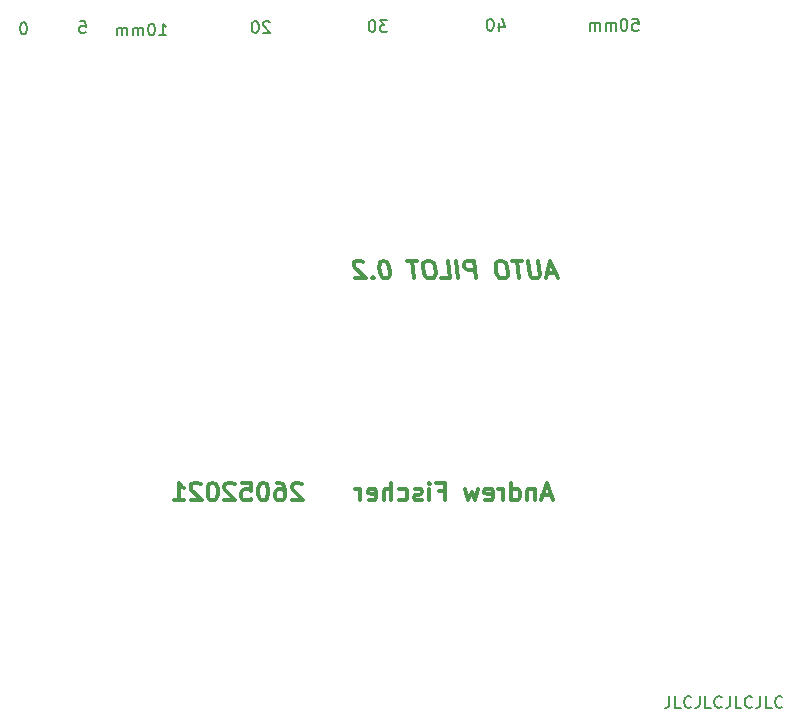
<source format=gbo>
G04 #@! TF.GenerationSoftware,KiCad,Pcbnew,(5.1.9)-1*
G04 #@! TF.CreationDate,2021-05-26T14:18:42+01:00*
G04 #@! TF.ProjectId,AutoPilotPlate,4175746f-5069-46c6-9f74-506c6174652e,rev?*
G04 #@! TF.SameCoordinates,Original*
G04 #@! TF.FileFunction,Legend,Bot*
G04 #@! TF.FilePolarity,Positive*
%FSLAX46Y46*%
G04 Gerber Fmt 4.6, Leading zero omitted, Abs format (unit mm)*
G04 Created by KiCad (PCBNEW (5.1.9)-1) date 2021-05-26 14:18:42*
%MOMM*%
%LPD*%
G01*
G04 APERTURE LIST*
%ADD10C,0.154940*%
%ADD11C,0.300000*%
%ADD12C,0.150000*%
%ADD13C,0.152400*%
G04 APERTURE END LIST*
D10*
X155908952Y-150836380D02*
X155908952Y-151550666D01*
X155861333Y-151693523D01*
X155766095Y-151788761D01*
X155623238Y-151836380D01*
X155528000Y-151836380D01*
X156861333Y-151836380D02*
X156385142Y-151836380D01*
X156385142Y-150836380D01*
X157766095Y-151741142D02*
X157718476Y-151788761D01*
X157575619Y-151836380D01*
X157480380Y-151836380D01*
X157337523Y-151788761D01*
X157242285Y-151693523D01*
X157194666Y-151598285D01*
X157147047Y-151407809D01*
X157147047Y-151264952D01*
X157194666Y-151074476D01*
X157242285Y-150979238D01*
X157337523Y-150884000D01*
X157480380Y-150836380D01*
X157575619Y-150836380D01*
X157718476Y-150884000D01*
X157766095Y-150931619D01*
X158480380Y-150836380D02*
X158480380Y-151550666D01*
X158432761Y-151693523D01*
X158337523Y-151788761D01*
X158194666Y-151836380D01*
X158099428Y-151836380D01*
X159432761Y-151836380D02*
X158956571Y-151836380D01*
X158956571Y-150836380D01*
X160337523Y-151741142D02*
X160289904Y-151788761D01*
X160147047Y-151836380D01*
X160051809Y-151836380D01*
X159908952Y-151788761D01*
X159813714Y-151693523D01*
X159766095Y-151598285D01*
X159718476Y-151407809D01*
X159718476Y-151264952D01*
X159766095Y-151074476D01*
X159813714Y-150979238D01*
X159908952Y-150884000D01*
X160051809Y-150836380D01*
X160147047Y-150836380D01*
X160289904Y-150884000D01*
X160337523Y-150931619D01*
X161051809Y-150836380D02*
X161051809Y-151550666D01*
X161004190Y-151693523D01*
X160908952Y-151788761D01*
X160766095Y-151836380D01*
X160670857Y-151836380D01*
X162004190Y-151836380D02*
X161528000Y-151836380D01*
X161528000Y-150836380D01*
X162908952Y-151741142D02*
X162861333Y-151788761D01*
X162718476Y-151836380D01*
X162623238Y-151836380D01*
X162480380Y-151788761D01*
X162385142Y-151693523D01*
X162337523Y-151598285D01*
X162289904Y-151407809D01*
X162289904Y-151264952D01*
X162337523Y-151074476D01*
X162385142Y-150979238D01*
X162480380Y-150884000D01*
X162623238Y-150836380D01*
X162718476Y-150836380D01*
X162861333Y-150884000D01*
X162908952Y-150931619D01*
X163623238Y-150836380D02*
X163623238Y-151550666D01*
X163575619Y-151693523D01*
X163480380Y-151788761D01*
X163337523Y-151836380D01*
X163242285Y-151836380D01*
X164575619Y-151836380D02*
X164099428Y-151836380D01*
X164099428Y-150836380D01*
X165480380Y-151741142D02*
X165432761Y-151788761D01*
X165289904Y-151836380D01*
X165194666Y-151836380D01*
X165051809Y-151788761D01*
X164956571Y-151693523D01*
X164908952Y-151598285D01*
X164861333Y-151407809D01*
X164861333Y-151264952D01*
X164908952Y-151074476D01*
X164956571Y-150979238D01*
X165051809Y-150884000D01*
X165194666Y-150836380D01*
X165289904Y-150836380D01*
X165432761Y-150884000D01*
X165480380Y-150931619D01*
D11*
X124808571Y-132925428D02*
X124737142Y-132854000D01*
X124594285Y-132782571D01*
X124237142Y-132782571D01*
X124094285Y-132854000D01*
X124022857Y-132925428D01*
X123951428Y-133068285D01*
X123951428Y-133211142D01*
X124022857Y-133425428D01*
X124880000Y-134282571D01*
X123951428Y-134282571D01*
X122665714Y-132782571D02*
X122951428Y-132782571D01*
X123094285Y-132854000D01*
X123165714Y-132925428D01*
X123308571Y-133139714D01*
X123380000Y-133425428D01*
X123380000Y-133996857D01*
X123308571Y-134139714D01*
X123237142Y-134211142D01*
X123094285Y-134282571D01*
X122808571Y-134282571D01*
X122665714Y-134211142D01*
X122594285Y-134139714D01*
X122522857Y-133996857D01*
X122522857Y-133639714D01*
X122594285Y-133496857D01*
X122665714Y-133425428D01*
X122808571Y-133354000D01*
X123094285Y-133354000D01*
X123237142Y-133425428D01*
X123308571Y-133496857D01*
X123380000Y-133639714D01*
X121594285Y-132782571D02*
X121451428Y-132782571D01*
X121308571Y-132854000D01*
X121237142Y-132925428D01*
X121165714Y-133068285D01*
X121094285Y-133354000D01*
X121094285Y-133711142D01*
X121165714Y-133996857D01*
X121237142Y-134139714D01*
X121308571Y-134211142D01*
X121451428Y-134282571D01*
X121594285Y-134282571D01*
X121737142Y-134211142D01*
X121808571Y-134139714D01*
X121880000Y-133996857D01*
X121951428Y-133711142D01*
X121951428Y-133354000D01*
X121880000Y-133068285D01*
X121808571Y-132925428D01*
X121737142Y-132854000D01*
X121594285Y-132782571D01*
X119737142Y-132782571D02*
X120451428Y-132782571D01*
X120522857Y-133496857D01*
X120451428Y-133425428D01*
X120308571Y-133354000D01*
X119951428Y-133354000D01*
X119808571Y-133425428D01*
X119737142Y-133496857D01*
X119665714Y-133639714D01*
X119665714Y-133996857D01*
X119737142Y-134139714D01*
X119808571Y-134211142D01*
X119951428Y-134282571D01*
X120308571Y-134282571D01*
X120451428Y-134211142D01*
X120522857Y-134139714D01*
X119094285Y-132925428D02*
X119022857Y-132854000D01*
X118880000Y-132782571D01*
X118522857Y-132782571D01*
X118380000Y-132854000D01*
X118308571Y-132925428D01*
X118237142Y-133068285D01*
X118237142Y-133211142D01*
X118308571Y-133425428D01*
X119165714Y-134282571D01*
X118237142Y-134282571D01*
X117308571Y-132782571D02*
X117165714Y-132782571D01*
X117022857Y-132854000D01*
X116951428Y-132925428D01*
X116880000Y-133068285D01*
X116808571Y-133354000D01*
X116808571Y-133711142D01*
X116880000Y-133996857D01*
X116951428Y-134139714D01*
X117022857Y-134211142D01*
X117165714Y-134282571D01*
X117308571Y-134282571D01*
X117451428Y-134211142D01*
X117522857Y-134139714D01*
X117594285Y-133996857D01*
X117665714Y-133711142D01*
X117665714Y-133354000D01*
X117594285Y-133068285D01*
X117522857Y-132925428D01*
X117451428Y-132854000D01*
X117308571Y-132782571D01*
X116237142Y-132925428D02*
X116165714Y-132854000D01*
X116022857Y-132782571D01*
X115665714Y-132782571D01*
X115522857Y-132854000D01*
X115451428Y-132925428D01*
X115380000Y-133068285D01*
X115380000Y-133211142D01*
X115451428Y-133425428D01*
X116308571Y-134282571D01*
X115380000Y-134282571D01*
X113951428Y-134282571D02*
X114808571Y-134282571D01*
X114380000Y-134282571D02*
X114380000Y-132782571D01*
X114522857Y-132996857D01*
X114665714Y-133139714D01*
X114808571Y-133211142D01*
X146270500Y-115058000D02*
X145556214Y-115058000D01*
X146466928Y-115486571D02*
X145779428Y-113986571D01*
X145466928Y-115486571D01*
X144779428Y-113986571D02*
X144931214Y-115200857D01*
X144877642Y-115343714D01*
X144815142Y-115415142D01*
X144681214Y-115486571D01*
X144395500Y-115486571D01*
X144243714Y-115415142D01*
X144163357Y-115343714D01*
X144074071Y-115200857D01*
X143922285Y-113986571D01*
X143422285Y-113986571D02*
X142565142Y-113986571D01*
X143181214Y-115486571D02*
X142993714Y-113986571D01*
X141779428Y-113986571D02*
X141493714Y-113986571D01*
X141359785Y-114058000D01*
X141234785Y-114200857D01*
X141199071Y-114486571D01*
X141261571Y-114986571D01*
X141368714Y-115272285D01*
X141529428Y-115415142D01*
X141681214Y-115486571D01*
X141966928Y-115486571D01*
X142100857Y-115415142D01*
X142225857Y-115272285D01*
X142261571Y-114986571D01*
X142199071Y-114486571D01*
X142091928Y-114200857D01*
X141931214Y-114058000D01*
X141779428Y-113986571D01*
X139538357Y-115486571D02*
X139350857Y-113986571D01*
X138779428Y-113986571D01*
X138645500Y-114058000D01*
X138583000Y-114129428D01*
X138529428Y-114272285D01*
X138556214Y-114486571D01*
X138645500Y-114629428D01*
X138725857Y-114700857D01*
X138877642Y-114772285D01*
X139449071Y-114772285D01*
X138038357Y-115486571D02*
X137850857Y-113986571D01*
X136609785Y-115486571D02*
X137324071Y-115486571D01*
X137136571Y-113986571D01*
X135636571Y-113986571D02*
X135350857Y-113986571D01*
X135216928Y-114058000D01*
X135091928Y-114200857D01*
X135056214Y-114486571D01*
X135118714Y-114986571D01*
X135225857Y-115272285D01*
X135386571Y-115415142D01*
X135538357Y-115486571D01*
X135824071Y-115486571D01*
X135958000Y-115415142D01*
X136083000Y-115272285D01*
X136118714Y-114986571D01*
X136056214Y-114486571D01*
X135949071Y-114200857D01*
X135788357Y-114058000D01*
X135636571Y-113986571D01*
X134565142Y-113986571D02*
X133708000Y-113986571D01*
X134324071Y-115486571D02*
X134136571Y-113986571D01*
X131779428Y-113986571D02*
X131636571Y-113986571D01*
X131502642Y-114058000D01*
X131440142Y-114129428D01*
X131386571Y-114272285D01*
X131350857Y-114558000D01*
X131395500Y-114915142D01*
X131502642Y-115200857D01*
X131591928Y-115343714D01*
X131672285Y-115415142D01*
X131824071Y-115486571D01*
X131966928Y-115486571D01*
X132100857Y-115415142D01*
X132163357Y-115343714D01*
X132216928Y-115200857D01*
X132252642Y-114915142D01*
X132208000Y-114558000D01*
X132100857Y-114272285D01*
X132011571Y-114129428D01*
X131931214Y-114058000D01*
X131779428Y-113986571D01*
X130806214Y-115343714D02*
X130743714Y-115415142D01*
X130824071Y-115486571D01*
X130886571Y-115415142D01*
X130806214Y-115343714D01*
X130824071Y-115486571D01*
X130011571Y-114129428D02*
X129931214Y-114058000D01*
X129779428Y-113986571D01*
X129422285Y-113986571D01*
X129288357Y-114058000D01*
X129225857Y-114129428D01*
X129172285Y-114272285D01*
X129190142Y-114415142D01*
X129288357Y-114629428D01*
X130252642Y-115486571D01*
X129324071Y-115486571D01*
X145882285Y-133854000D02*
X145168000Y-133854000D01*
X146025142Y-134282571D02*
X145525142Y-132782571D01*
X145025142Y-134282571D01*
X144525142Y-133282571D02*
X144525142Y-134282571D01*
X144525142Y-133425428D02*
X144453714Y-133354000D01*
X144310857Y-133282571D01*
X144096571Y-133282571D01*
X143953714Y-133354000D01*
X143882285Y-133496857D01*
X143882285Y-134282571D01*
X142525142Y-134282571D02*
X142525142Y-132782571D01*
X142525142Y-134211142D02*
X142668000Y-134282571D01*
X142953714Y-134282571D01*
X143096571Y-134211142D01*
X143168000Y-134139714D01*
X143239428Y-133996857D01*
X143239428Y-133568285D01*
X143168000Y-133425428D01*
X143096571Y-133354000D01*
X142953714Y-133282571D01*
X142668000Y-133282571D01*
X142525142Y-133354000D01*
X141810857Y-134282571D02*
X141810857Y-133282571D01*
X141810857Y-133568285D02*
X141739428Y-133425428D01*
X141668000Y-133354000D01*
X141525142Y-133282571D01*
X141382285Y-133282571D01*
X140310857Y-134211142D02*
X140453714Y-134282571D01*
X140739428Y-134282571D01*
X140882285Y-134211142D01*
X140953714Y-134068285D01*
X140953714Y-133496857D01*
X140882285Y-133354000D01*
X140739428Y-133282571D01*
X140453714Y-133282571D01*
X140310857Y-133354000D01*
X140239428Y-133496857D01*
X140239428Y-133639714D01*
X140953714Y-133782571D01*
X139739428Y-133282571D02*
X139453714Y-134282571D01*
X139168000Y-133568285D01*
X138882285Y-134282571D01*
X138596571Y-133282571D01*
X136382285Y-133496857D02*
X136882285Y-133496857D01*
X136882285Y-134282571D02*
X136882285Y-132782571D01*
X136168000Y-132782571D01*
X135596571Y-134282571D02*
X135596571Y-133282571D01*
X135596571Y-132782571D02*
X135668000Y-132854000D01*
X135596571Y-132925428D01*
X135525142Y-132854000D01*
X135596571Y-132782571D01*
X135596571Y-132925428D01*
X134953714Y-134211142D02*
X134810857Y-134282571D01*
X134525142Y-134282571D01*
X134382285Y-134211142D01*
X134310857Y-134068285D01*
X134310857Y-133996857D01*
X134382285Y-133854000D01*
X134525142Y-133782571D01*
X134739428Y-133782571D01*
X134882285Y-133711142D01*
X134953714Y-133568285D01*
X134953714Y-133496857D01*
X134882285Y-133354000D01*
X134739428Y-133282571D01*
X134525142Y-133282571D01*
X134382285Y-133354000D01*
X133025142Y-134211142D02*
X133168000Y-134282571D01*
X133453714Y-134282571D01*
X133596571Y-134211142D01*
X133668000Y-134139714D01*
X133739428Y-133996857D01*
X133739428Y-133568285D01*
X133668000Y-133425428D01*
X133596571Y-133354000D01*
X133453714Y-133282571D01*
X133168000Y-133282571D01*
X133025142Y-133354000D01*
X132382285Y-134282571D02*
X132382285Y-132782571D01*
X131739428Y-134282571D02*
X131739428Y-133496857D01*
X131810857Y-133354000D01*
X131953714Y-133282571D01*
X132168000Y-133282571D01*
X132310857Y-133354000D01*
X132382285Y-133425428D01*
X130453714Y-134211142D02*
X130596571Y-134282571D01*
X130882285Y-134282571D01*
X131025142Y-134211142D01*
X131096571Y-134068285D01*
X131096571Y-133496857D01*
X131025142Y-133354000D01*
X130882285Y-133282571D01*
X130596571Y-133282571D01*
X130453714Y-133354000D01*
X130382285Y-133496857D01*
X130382285Y-133639714D01*
X131096571Y-133782571D01*
X129739428Y-134282571D02*
X129739428Y-133282571D01*
X129739428Y-133568285D02*
X129668000Y-133425428D01*
X129596571Y-133354000D01*
X129453714Y-133282571D01*
X129310857Y-133282571D01*
D12*
D13*
X112742789Y-94907360D02*
X113314218Y-94907360D01*
X113028503Y-94907360D02*
X113028503Y-93907360D01*
X113123741Y-94050218D01*
X113218980Y-94145456D01*
X113314218Y-94193075D01*
X112123741Y-93907360D02*
X112028503Y-93907360D01*
X111933265Y-93954980D01*
X111885646Y-94002599D01*
X111838027Y-94097837D01*
X111790408Y-94288313D01*
X111790408Y-94526408D01*
X111838027Y-94716884D01*
X111885646Y-94812122D01*
X111933265Y-94859741D01*
X112028503Y-94907360D01*
X112123741Y-94907360D01*
X112218980Y-94859741D01*
X112266599Y-94812122D01*
X112314218Y-94716884D01*
X112361837Y-94526408D01*
X112361837Y-94288313D01*
X112314218Y-94097837D01*
X112266599Y-94002599D01*
X112218980Y-93954980D01*
X112123741Y-93907360D01*
X111361837Y-94907360D02*
X111361837Y-94240694D01*
X111361837Y-94335932D02*
X111314218Y-94288313D01*
X111218980Y-94240694D01*
X111076122Y-94240694D01*
X110980884Y-94288313D01*
X110933265Y-94383551D01*
X110933265Y-94907360D01*
X110933265Y-94383551D02*
X110885646Y-94288313D01*
X110790408Y-94240694D01*
X110647551Y-94240694D01*
X110552313Y-94288313D01*
X110504694Y-94383551D01*
X110504694Y-94907360D01*
X110028503Y-94907360D02*
X110028503Y-94240694D01*
X110028503Y-94335932D02*
X109980884Y-94288313D01*
X109885646Y-94240694D01*
X109742789Y-94240694D01*
X109647551Y-94288313D01*
X109599932Y-94383551D01*
X109599932Y-94907360D01*
X109599932Y-94383551D02*
X109552313Y-94288313D01*
X109457075Y-94240694D01*
X109314218Y-94240694D01*
X109218980Y-94288313D01*
X109171360Y-94383551D01*
X109171360Y-94907360D01*
X101266619Y-93808300D02*
X101171380Y-93808300D01*
X101076142Y-93855920D01*
X101028523Y-93903539D01*
X100980904Y-93998777D01*
X100933285Y-94189253D01*
X100933285Y-94427348D01*
X100980904Y-94617824D01*
X101028523Y-94713062D01*
X101076142Y-94760681D01*
X101171380Y-94808300D01*
X101266619Y-94808300D01*
X101361857Y-94760681D01*
X101409476Y-94713062D01*
X101457095Y-94617824D01*
X101504714Y-94427348D01*
X101504714Y-94189253D01*
X101457095Y-93998777D01*
X101409476Y-93903539D01*
X101361857Y-93855920D01*
X101266619Y-93808300D01*
X105979624Y-93706700D02*
X106455815Y-93706700D01*
X106503434Y-94182891D01*
X106455815Y-94135272D01*
X106360577Y-94087653D01*
X106122481Y-94087653D01*
X106027243Y-94135272D01*
X105979624Y-94182891D01*
X105932005Y-94278129D01*
X105932005Y-94516224D01*
X105979624Y-94611462D01*
X106027243Y-94659081D01*
X106122481Y-94706700D01*
X106360577Y-94706700D01*
X106455815Y-94659081D01*
X106503434Y-94611462D01*
X122079924Y-93801939D02*
X122032305Y-93754320D01*
X121937067Y-93706700D01*
X121698972Y-93706700D01*
X121603734Y-93754320D01*
X121556115Y-93801939D01*
X121508496Y-93897177D01*
X121508496Y-93992415D01*
X121556115Y-94135272D01*
X122127543Y-94706700D01*
X121508496Y-94706700D01*
X120889448Y-93706700D02*
X120794210Y-93706700D01*
X120698972Y-93754320D01*
X120651353Y-93801939D01*
X120603734Y-93897177D01*
X120556115Y-94087653D01*
X120556115Y-94325748D01*
X120603734Y-94516224D01*
X120651353Y-94611462D01*
X120698972Y-94659081D01*
X120794210Y-94706700D01*
X120889448Y-94706700D01*
X120984686Y-94659081D01*
X121032305Y-94611462D01*
X121079924Y-94516224D01*
X121127543Y-94325748D01*
X121127543Y-94087653D01*
X121079924Y-93897177D01*
X121032305Y-93801939D01*
X120984686Y-93754320D01*
X120889448Y-93706700D01*
X132028463Y-93607640D02*
X131409416Y-93607640D01*
X131742749Y-93988593D01*
X131599892Y-93988593D01*
X131504654Y-94036212D01*
X131457035Y-94083831D01*
X131409416Y-94179069D01*
X131409416Y-94417164D01*
X131457035Y-94512402D01*
X131504654Y-94560021D01*
X131599892Y-94607640D01*
X131885606Y-94607640D01*
X131980844Y-94560021D01*
X132028463Y-94512402D01*
X130790368Y-93607640D02*
X130695130Y-93607640D01*
X130599892Y-93655260D01*
X130552273Y-93702879D01*
X130504654Y-93798117D01*
X130457035Y-93988593D01*
X130457035Y-94226688D01*
X130504654Y-94417164D01*
X130552273Y-94512402D01*
X130599892Y-94560021D01*
X130695130Y-94607640D01*
X130790368Y-94607640D01*
X130885606Y-94560021D01*
X130933225Y-94512402D01*
X130980844Y-94417164D01*
X131028463Y-94226688D01*
X131028463Y-93988593D01*
X130980844Y-93798117D01*
X130933225Y-93702879D01*
X130885606Y-93655260D01*
X130790368Y-93607640D01*
X141504634Y-93839374D02*
X141504634Y-94506040D01*
X141742729Y-93458421D02*
X141980824Y-94172707D01*
X141361777Y-94172707D01*
X140790348Y-93506040D02*
X140695110Y-93506040D01*
X140599872Y-93553660D01*
X140552253Y-93601279D01*
X140504634Y-93696517D01*
X140457015Y-93886993D01*
X140457015Y-94125088D01*
X140504634Y-94315564D01*
X140552253Y-94410802D01*
X140599872Y-94458421D01*
X140695110Y-94506040D01*
X140790348Y-94506040D01*
X140885586Y-94458421D01*
X140933205Y-94410802D01*
X140980824Y-94315564D01*
X141028443Y-94125088D01*
X141028443Y-93886993D01*
X140980824Y-93696517D01*
X140933205Y-93601279D01*
X140885586Y-93553660D01*
X140790348Y-93506040D01*
X152790328Y-93506040D02*
X153266519Y-93506040D01*
X153314138Y-93982231D01*
X153266519Y-93934612D01*
X153171280Y-93886993D01*
X152933185Y-93886993D01*
X152837947Y-93934612D01*
X152790328Y-93982231D01*
X152742709Y-94077469D01*
X152742709Y-94315564D01*
X152790328Y-94410802D01*
X152837947Y-94458421D01*
X152933185Y-94506040D01*
X153171280Y-94506040D01*
X153266519Y-94458421D01*
X153314138Y-94410802D01*
X152123661Y-93506040D02*
X152028423Y-93506040D01*
X151933185Y-93553660D01*
X151885566Y-93601279D01*
X151837947Y-93696517D01*
X151790328Y-93886993D01*
X151790328Y-94125088D01*
X151837947Y-94315564D01*
X151885566Y-94410802D01*
X151933185Y-94458421D01*
X152028423Y-94506040D01*
X152123661Y-94506040D01*
X152218900Y-94458421D01*
X152266519Y-94410802D01*
X152314138Y-94315564D01*
X152361757Y-94125088D01*
X152361757Y-93886993D01*
X152314138Y-93696517D01*
X152266519Y-93601279D01*
X152218900Y-93553660D01*
X152123661Y-93506040D01*
X151361757Y-94506040D02*
X151361757Y-93839374D01*
X151361757Y-93934612D02*
X151314138Y-93886993D01*
X151218900Y-93839374D01*
X151076042Y-93839374D01*
X150980804Y-93886993D01*
X150933185Y-93982231D01*
X150933185Y-94506040D01*
X150933185Y-93982231D02*
X150885566Y-93886993D01*
X150790328Y-93839374D01*
X150647471Y-93839374D01*
X150552233Y-93886993D01*
X150504614Y-93982231D01*
X150504614Y-94506040D01*
X150028423Y-94506040D02*
X150028423Y-93839374D01*
X150028423Y-93934612D02*
X149980804Y-93886993D01*
X149885566Y-93839374D01*
X149742709Y-93839374D01*
X149647471Y-93886993D01*
X149599852Y-93982231D01*
X149599852Y-94506040D01*
X149599852Y-93982231D02*
X149552233Y-93886993D01*
X149456995Y-93839374D01*
X149314138Y-93839374D01*
X149218900Y-93886993D01*
X149171280Y-93982231D01*
X149171280Y-94506040D01*
%LPC*%
M02*

</source>
